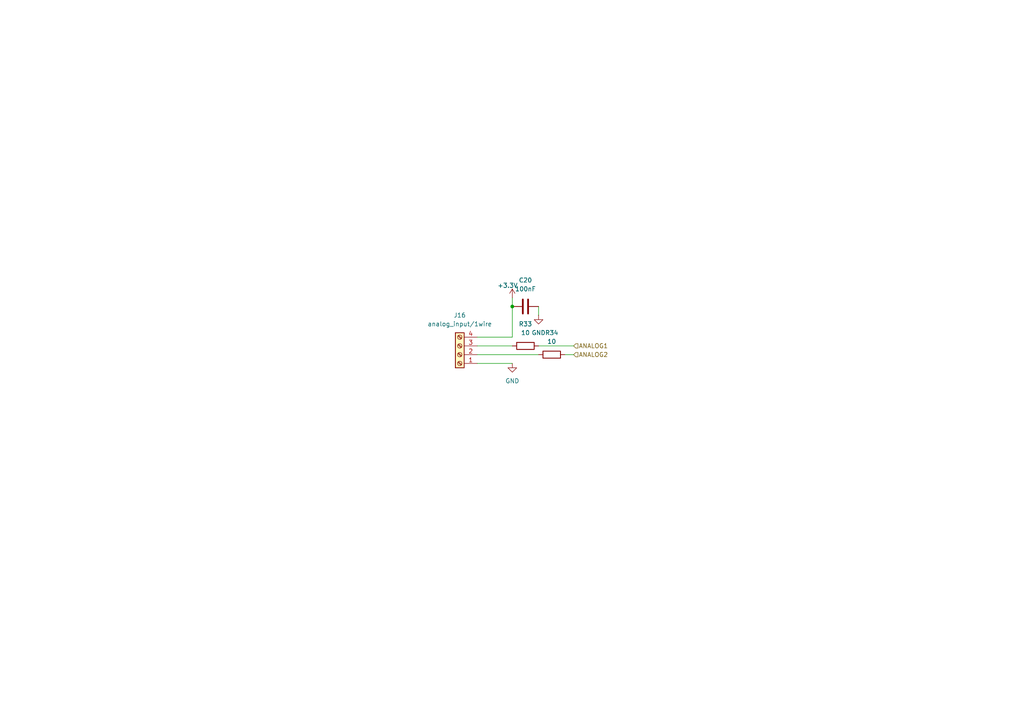
<source format=kicad_sch>
(kicad_sch (version 20250114) (generator "eeschema") (generator_version "9.0")
  (paper "A4")
  (lib_symbols
    (symbol "Connector:Screw_Terminal_01x04" (pin_names (offset 1.016) (hide yes))
      (property "Reference" "J" (at 0 5.08 0))
      (property "Value" "Screw_Terminal_01x04" (at 0 -7.62 0))
      (symbol "Screw_Terminal_01x04_1_1"
        (rectangle (start -1.27 3.81) (end 1.27 -6.35) (stroke (width 0.254)) (fill (type background)))
        (polyline (pts (xy -0.5334 2.8702) (xy 0.3302 2.032)) (stroke (width 0.1524)))
        (polyline (pts (xy -0.5334 0.3302) (xy 0.3302 -0.508)) (stroke (width 0.1524)))
        (polyline (pts (xy -0.5334 -2.2098) (xy 0.3302 -3.048)) (stroke (width 0.1524)))
        (polyline (pts (xy -0.5334 -4.7498) (xy 0.3302 -5.588)) (stroke (width 0.1524)))
        (polyline (pts (xy -0.3556 3.048) (xy 0.508 2.2098)) (stroke (width 0.1524)))
        (polyline (pts (xy -0.3556 0.508) (xy 0.508 -0.3302)) (stroke (width 0.1524)))
        (polyline (pts (xy -0.3556 -2.032) (xy 0.508 -2.8702)) (stroke (width 0.1524)))
        (polyline (pts (xy -0.3556 -4.572) (xy 0.508 -5.4102)) (stroke (width 0.1524)))
        (circle (center 0 2.54) (radius 0.635) (stroke (width 0.1524)))
        (circle (center 0 0) (radius 0.635) (stroke (width 0.1524)))
        (circle (center 0 -2.54) (radius 0.635) (stroke (width 0.1524)))
        (circle (center 0 -5.08) (radius 0.635) (stroke (width 0.1524)))
        (pin passive line (at -5.08 2.54 0) (length 3.81) (name "Pin_1") (number "1"))
        (pin passive line (at -5.08 0 0) (length 3.81) (name "Pin_2") (number "2"))
        (pin passive line (at -5.08 -2.54 0) (length 3.81) (name "Pin_3") (number "3"))
        (pin passive line (at -5.08 -5.08 0) (length 3.81) (name "Pin_4") (number "4"))
      )
    )
    (symbol "Device:C" (pin_numbers (hide yes)) (pin_names (offset 0.254))
      (property "Reference" "C" (at 0.635 2.54 0))
      (property "Value" "C" (at 0.635 -2.54 0))
      (symbol "C_0_1"
        (polyline (pts (xy -2.032 0.762) (xy 2.032 0.762)) (stroke (width 0.508)))
        (polyline (pts (xy -2.032 -0.762) (xy 2.032 -0.762)) (stroke (width 0.508)))
      )
      (symbol "C_1_1"
        (pin passive line (at 0 3.81 270) (length 2.794) (name "~") (number "1"))
        (pin passive line (at 0 -3.81 90) (length 2.794) (name "~") (number "2"))
      )
    )
    (symbol "Device:R" (pin_numbers (hide yes)) (pin_names (offset 0))
      (property "Reference" "R" (at 2.032 0 90))
      (property "Value" "R" (at 0 0 90))
      (symbol "R_0_1"
        (rectangle (start -1.016 -2.54) (end 1.016 2.54) (stroke (width 0.254)))
      )
      (symbol "R_1_1"
        (pin passive line (at 0 3.81 270) (length 1.27) (name "~") (number "1"))
        (pin passive line (at 0 -3.81 90) (length 1.27) (name "~") (number "2"))
      )
    )
    (symbol "power:+3V3" (power) (pin_numbers (hide yes)) (pin_names (offset 0) (hide yes))
      (property "Value" "+3V3" (at 0 3.556 0))
      (symbol "+3V3_0_1"
        (polyline (pts (xy -0.762 1.27) (xy 0 2.54)))
        (polyline (pts (xy 0 2.54) (xy 0.762 1.27)))
        (polyline (pts (xy 0 0) (xy 0 2.54)))
      )
      (symbol "+3V3_1_1"
        (pin power_in line (at 0 0 90) (length 0) (name "~") (number "1"))
      )
    )
    (symbol "power:GND" (power) (pin_numbers (hide yes)) (pin_names (offset 0) (hide yes))
      (property "Value" "GND" (at 0 -3.81 0))
      (symbol "GND_0_1"
        (polyline (pts (xy 0 0) (xy 0 -1.27) (xy 1.27 -1.27) (xy 0 -2.54) (xy -1.27 -1.27) (xy 0 -1.27)))
      )
      (symbol "GND_1_1"
        (pin power_in line (at 0 0 270) (length 0) (name "~") (number "1"))
      )
    )
  )
  (junction (at 148.59 88.9))
  (wire (pts (xy 156.21 102.87) (xy 138.43 102.87)))
  (wire (pts (xy 166.37 100.33) (xy 156.21 100.33)))
  (wire (pts (xy 148.59 86.36) (xy 148.59 88.9)))
  (wire (pts (xy 166.37 102.87) (xy 163.83 102.87)))
  (wire (pts (xy 148.59 97.79) (xy 138.43 97.79)))
  (wire (pts (xy 148.59 105.41) (xy 138.43 105.41)))
  (wire (pts (xy 156.21 88.9) (xy 156.21 91.44)))
  (wire (pts (xy 148.59 88.9) (xy 148.59 97.79)))
  (wire (pts (xy 148.59 100.33) (xy 138.43 100.33)))
  (hierarchical_label "ANALOG2" (shape input) (at 166.37 102.87 0))
  (hierarchical_label "ANALOG1" (shape input) (at 166.37 100.33 0))
  (symbol (lib_id "Device:R") (at 152.4 100.33 270) (unit 1)
    (property "Reference" "R33" (at 152.4 93.98 90))
    (property "Value" "10" (at 152.4 96.52 90))
    (property "Footprint" "Resistor_SMD:R_0402_1005Metric" (effects (hide yes)))
    (property "Description" "Resistor" (effects (hide yes)))
  )
  (symbol (lib_id "Device:C") (at 152.4 88.9 90) (unit 1)
    (property "Reference" "C20" (at 152.4 81.28 90))
    (property "Value" "100nF" (at 152.4 83.82 90))
    (property "Footprint" "Capacitor_SMD:C_0402_1005Metric" (effects (hide yes)))
    (property "Description" "Unpolarized capacitor" (effects (hide yes)))
  )
  (symbol (lib_id "power:GND") (at 156.21 91.44 0) (unit 1)
    (property "Reference" "#PWR073" (effects (hide yes)))
    (property "Value" "GND" (at 156.21 96.52 0))
    (property "Description" "Power symbol creates a global label with name \"GND\" , ground" (effects (hide yes)))
  )
  (symbol (lib_id "Connector:Screw_Terminal_01x04") (at 133.35 102.87 180) (unit 1)
    (property "Reference" "J16" (at 133.35 91.44 0))
    (property "Value" "analog_input/1wire" (at 133.35 93.98 0))
    (property "Footprint" "Connector_Phoenix_MC:PhoenixContact_MCV_1,5_4-G-3.5_1x04_P3.50mm_Vertical" (effects (hide yes)))
    (property "Description" "Generic screw terminal, single row, 01x04, script generated (kicad-library-utils/schlib/autogen/connector/)" (effects (hide yes)))
  )
  (symbol (lib_id "Device:R") (at 160.02 102.87 90) (unit 1)
    (property "Reference" "R34" (at 160.02 96.52 90))
    (property "Value" "10" (at 160.02 99.06 90))
    (property "Footprint" "Resistor_SMD:R_0402_1005Metric" (effects (hide yes)))
    (property "Description" "Resistor" (effects (hide yes)))
  )
  (symbol (lib_id "power:+3V3") (at 148.59 86.36 0) (unit 1)
    (property "Reference" "#PWR071" (effects (hide yes)))
    (property "Value" "+3.3V" (at 144.272 82.804 0) (effects (justify left)))
    (property "Description" "Power symbol creates a global label with name \"+3V3\"" (effects (hide yes)))
  )
  (symbol (lib_id "power:GND") (at 148.59 105.41 0) (unit 1)
    (property "Reference" "#PWR072" (effects (hide yes)))
    (property "Value" "GND" (at 148.59 110.49 0))
    (property "Description" "Power symbol creates a global label with name \"GND\" , ground" (effects (hide yes)))
  )
)
</source>
